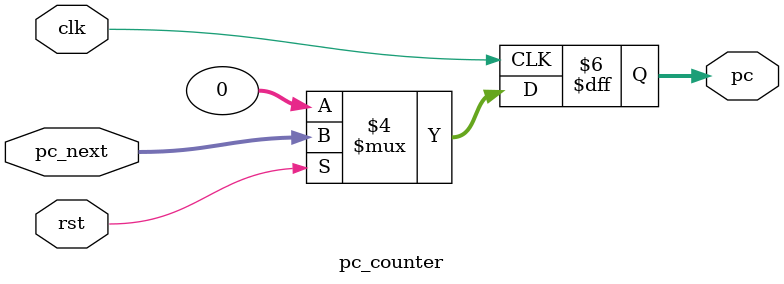
<source format=sv>
module pc_counter(clk,rst,pc,pc_next);
    input logic clk,rst;
	 output logic [31:0]pc;
	 input logic [31:0]pc_next;
	 always_ff@(posedge clk) begin
	 
	     if(rst==1'b0)
		       pc<=32'b0;
				 
		  else
		       pc<=pc_next;
		end
endmodule
</source>
